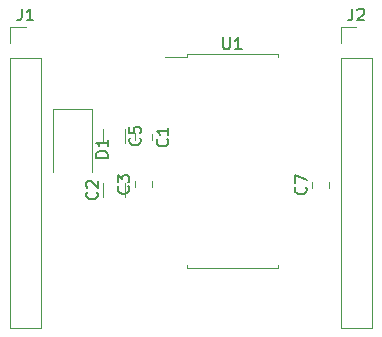
<source format=gto>
G04 #@! TF.GenerationSoftware,KiCad,Pcbnew,(5.1.5)-3*
G04 #@! TF.CreationDate,2020-04-23T23:36:20+02:00*
G04 #@! TF.ProjectId,01_spi_pont_H,30315f73-7069-45f7-906f-6e745f482e6b,rev?*
G04 #@! TF.SameCoordinates,Original*
G04 #@! TF.FileFunction,Legend,Top*
G04 #@! TF.FilePolarity,Positive*
%FSLAX46Y46*%
G04 Gerber Fmt 4.6, Leading zero omitted, Abs format (unit mm)*
G04 Created by KiCad (PCBNEW (5.1.5)-3) date 2020-04-23 23:36:20*
%MOMM*%
%LPD*%
G04 APERTURE LIST*
%ADD10C,0.120000*%
%ADD11C,0.150000*%
G04 APERTURE END LIST*
D10*
X127210000Y-72741422D02*
X127210000Y-73258578D01*
X125790000Y-72741422D02*
X125790000Y-73258578D01*
X127210000Y-77258578D02*
X127210000Y-76741422D01*
X125790000Y-77258578D02*
X125790000Y-76741422D01*
X124910000Y-72297936D02*
X124910000Y-73502064D01*
X123090000Y-72297936D02*
X123090000Y-73502064D01*
X140790000Y-77321078D02*
X140790000Y-76803922D01*
X142210000Y-77321078D02*
X142210000Y-76803922D01*
X122150000Y-70600000D02*
X118850000Y-70600000D01*
X118850000Y-70600000D02*
X118850000Y-76000000D01*
X122150000Y-70600000D02*
X122150000Y-76000000D01*
X115170000Y-89190000D02*
X117830000Y-89190000D01*
X115170000Y-66270000D02*
X115170000Y-89190000D01*
X117830000Y-66270000D02*
X117830000Y-89190000D01*
X115170000Y-66270000D02*
X117830000Y-66270000D01*
X115170000Y-65000000D02*
X115170000Y-63670000D01*
X115170000Y-63670000D02*
X116500000Y-63670000D01*
X143170000Y-63670000D02*
X144500000Y-63670000D01*
X143170000Y-65000000D02*
X143170000Y-63670000D01*
X143170000Y-66270000D02*
X145830000Y-66270000D01*
X145830000Y-66270000D02*
X145830000Y-89190000D01*
X143170000Y-66270000D02*
X143170000Y-89190000D01*
X143170000Y-89190000D02*
X145830000Y-89190000D01*
X134000000Y-84060000D02*
X137860000Y-84060000D01*
X137860000Y-84060000D02*
X137860000Y-83815000D01*
X134000000Y-84060000D02*
X130140000Y-84060000D01*
X130140000Y-84060000D02*
X130140000Y-83815000D01*
X134000000Y-65940000D02*
X137860000Y-65940000D01*
X137860000Y-65940000D02*
X137860000Y-66185000D01*
X134000000Y-65940000D02*
X130140000Y-65940000D01*
X130140000Y-65940000D02*
X130140000Y-66185000D01*
X130140000Y-66185000D02*
X128325000Y-66185000D01*
X123090000Y-78102064D02*
X123090000Y-76897936D01*
X124910000Y-78102064D02*
X124910000Y-76897936D01*
D11*
X128507142Y-73166666D02*
X128554761Y-73214285D01*
X128602380Y-73357142D01*
X128602380Y-73452380D01*
X128554761Y-73595238D01*
X128459523Y-73690476D01*
X128364285Y-73738095D01*
X128173809Y-73785714D01*
X128030952Y-73785714D01*
X127840476Y-73738095D01*
X127745238Y-73690476D01*
X127650000Y-73595238D01*
X127602380Y-73452380D01*
X127602380Y-73357142D01*
X127650000Y-73214285D01*
X127697619Y-73166666D01*
X128602380Y-72214285D02*
X128602380Y-72785714D01*
X128602380Y-72500000D02*
X127602380Y-72500000D01*
X127745238Y-72595238D01*
X127840476Y-72690476D01*
X127888095Y-72785714D01*
X125207142Y-77166666D02*
X125254761Y-77214285D01*
X125302380Y-77357142D01*
X125302380Y-77452380D01*
X125254761Y-77595238D01*
X125159523Y-77690476D01*
X125064285Y-77738095D01*
X124873809Y-77785714D01*
X124730952Y-77785714D01*
X124540476Y-77738095D01*
X124445238Y-77690476D01*
X124350000Y-77595238D01*
X124302380Y-77452380D01*
X124302380Y-77357142D01*
X124350000Y-77214285D01*
X124397619Y-77166666D01*
X124302380Y-76833333D02*
X124302380Y-76214285D01*
X124683333Y-76547619D01*
X124683333Y-76404761D01*
X124730952Y-76309523D01*
X124778571Y-76261904D01*
X124873809Y-76214285D01*
X125111904Y-76214285D01*
X125207142Y-76261904D01*
X125254761Y-76309523D01*
X125302380Y-76404761D01*
X125302380Y-76690476D01*
X125254761Y-76785714D01*
X125207142Y-76833333D01*
X126177142Y-73066666D02*
X126224761Y-73114285D01*
X126272380Y-73257142D01*
X126272380Y-73352380D01*
X126224761Y-73495238D01*
X126129523Y-73590476D01*
X126034285Y-73638095D01*
X125843809Y-73685714D01*
X125700952Y-73685714D01*
X125510476Y-73638095D01*
X125415238Y-73590476D01*
X125320000Y-73495238D01*
X125272380Y-73352380D01*
X125272380Y-73257142D01*
X125320000Y-73114285D01*
X125367619Y-73066666D01*
X125272380Y-72161904D02*
X125272380Y-72638095D01*
X125748571Y-72685714D01*
X125700952Y-72638095D01*
X125653333Y-72542857D01*
X125653333Y-72304761D01*
X125700952Y-72209523D01*
X125748571Y-72161904D01*
X125843809Y-72114285D01*
X126081904Y-72114285D01*
X126177142Y-72161904D01*
X126224761Y-72209523D01*
X126272380Y-72304761D01*
X126272380Y-72542857D01*
X126224761Y-72638095D01*
X126177142Y-72685714D01*
X140207142Y-77229166D02*
X140254761Y-77276785D01*
X140302380Y-77419642D01*
X140302380Y-77514880D01*
X140254761Y-77657738D01*
X140159523Y-77752976D01*
X140064285Y-77800595D01*
X139873809Y-77848214D01*
X139730952Y-77848214D01*
X139540476Y-77800595D01*
X139445238Y-77752976D01*
X139350000Y-77657738D01*
X139302380Y-77514880D01*
X139302380Y-77419642D01*
X139350000Y-77276785D01*
X139397619Y-77229166D01*
X139302380Y-76895833D02*
X139302380Y-76229166D01*
X140302380Y-76657738D01*
X123452380Y-74738095D02*
X122452380Y-74738095D01*
X122452380Y-74500000D01*
X122500000Y-74357142D01*
X122595238Y-74261904D01*
X122690476Y-74214285D01*
X122880952Y-74166666D01*
X123023809Y-74166666D01*
X123214285Y-74214285D01*
X123309523Y-74261904D01*
X123404761Y-74357142D01*
X123452380Y-74500000D01*
X123452380Y-74738095D01*
X123452380Y-73214285D02*
X123452380Y-73785714D01*
X123452380Y-73500000D02*
X122452380Y-73500000D01*
X122595238Y-73595238D01*
X122690476Y-73690476D01*
X122738095Y-73785714D01*
X116166666Y-62122380D02*
X116166666Y-62836666D01*
X116119047Y-62979523D01*
X116023809Y-63074761D01*
X115880952Y-63122380D01*
X115785714Y-63122380D01*
X117166666Y-63122380D02*
X116595238Y-63122380D01*
X116880952Y-63122380D02*
X116880952Y-62122380D01*
X116785714Y-62265238D01*
X116690476Y-62360476D01*
X116595238Y-62408095D01*
X144166666Y-62122380D02*
X144166666Y-62836666D01*
X144119047Y-62979523D01*
X144023809Y-63074761D01*
X143880952Y-63122380D01*
X143785714Y-63122380D01*
X144595238Y-62217619D02*
X144642857Y-62170000D01*
X144738095Y-62122380D01*
X144976190Y-62122380D01*
X145071428Y-62170000D01*
X145119047Y-62217619D01*
X145166666Y-62312857D01*
X145166666Y-62408095D01*
X145119047Y-62550952D01*
X144547619Y-63122380D01*
X145166666Y-63122380D01*
X133238095Y-64552380D02*
X133238095Y-65361904D01*
X133285714Y-65457142D01*
X133333333Y-65504761D01*
X133428571Y-65552380D01*
X133619047Y-65552380D01*
X133714285Y-65504761D01*
X133761904Y-65457142D01*
X133809523Y-65361904D01*
X133809523Y-64552380D01*
X134809523Y-65552380D02*
X134238095Y-65552380D01*
X134523809Y-65552380D02*
X134523809Y-64552380D01*
X134428571Y-64695238D01*
X134333333Y-64790476D01*
X134238095Y-64838095D01*
X122537142Y-77666666D02*
X122584761Y-77714285D01*
X122632380Y-77857142D01*
X122632380Y-77952380D01*
X122584761Y-78095238D01*
X122489523Y-78190476D01*
X122394285Y-78238095D01*
X122203809Y-78285714D01*
X122060952Y-78285714D01*
X121870476Y-78238095D01*
X121775238Y-78190476D01*
X121680000Y-78095238D01*
X121632380Y-77952380D01*
X121632380Y-77857142D01*
X121680000Y-77714285D01*
X121727619Y-77666666D01*
X121727619Y-77285714D02*
X121680000Y-77238095D01*
X121632380Y-77142857D01*
X121632380Y-76904761D01*
X121680000Y-76809523D01*
X121727619Y-76761904D01*
X121822857Y-76714285D01*
X121918095Y-76714285D01*
X122060952Y-76761904D01*
X122632380Y-77333333D01*
X122632380Y-76714285D01*
M02*

</source>
